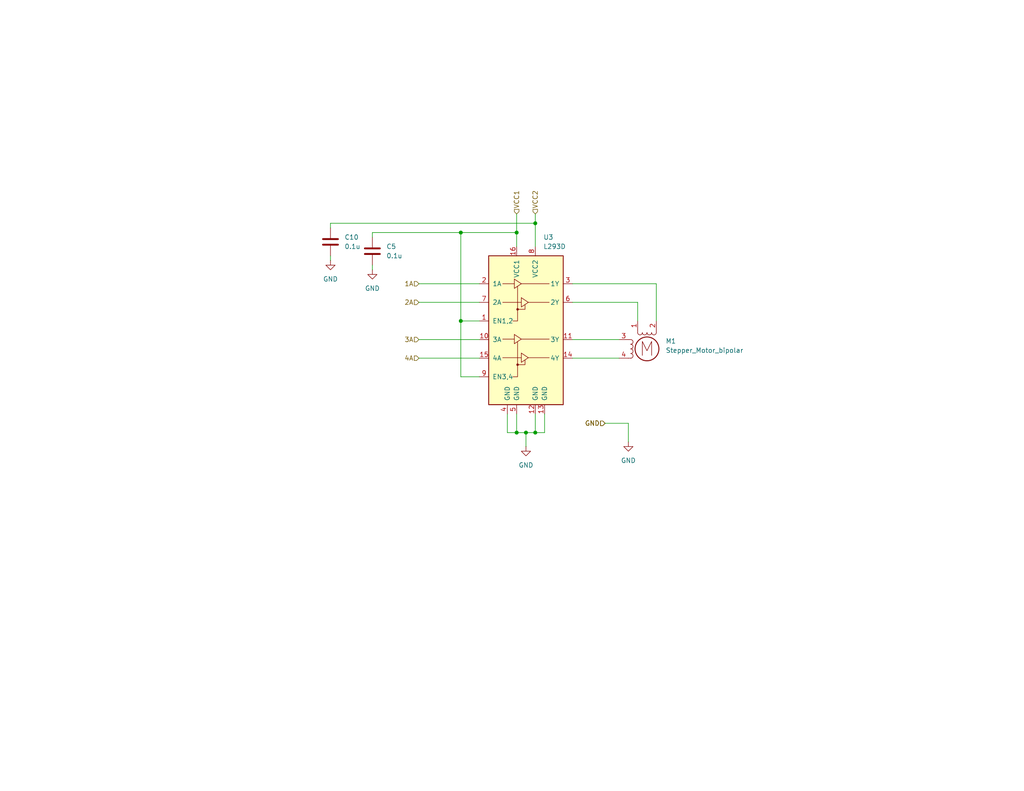
<source format=kicad_sch>
(kicad_sch (version 20231120) (generator "eeschema") (generator_version "8.0")
  (paper "USLetter")
  (title_block (title "ThorPCB2.0") (company "ECE 405 -SIUE"))
  (lib_symbols
    (symbol "Device:C" (pin_numbers hide) (pin_names (offset 0.254))
      (property "Reference" "C" (at 0.635 2.54 0))
      (property "Value" "C" (at 0.635 -2.54 0))
      (symbol "C_0_1"
        (polyline (pts (xy -2.032 -0.762) (xy 2.032 -0.762)) (stroke (width 0.508)))
        (polyline (pts (xy -2.032 0.762) (xy 2.032 0.762)) (stroke (width 0.508)))
      )
      (symbol "C_1_1"
        (pin passive line (at 0 3.81 270) (length 2.794) (name "~") (number "1"))
        (pin passive line (at 0 -3.81 90) (length 2.794) (name "~") (number "2"))
      )
    )
    (symbol "Driver_Motor:L293D" (pin_names (offset 1.016))
      (property "Reference" "U" (at -5.08 26.035 0))
      (property "Value" "L293D" (at -5.08 24.13 0))
      (symbol "L293D_0_1"
        (rectangle (start -10.16 22.86) (end 10.16 -17.78) (stroke (width 0.254)) (fill (type background)))
        (circle (center -2.286 -6.858) (radius 0.254) (fill (type outline)))
        (circle (center -2.286 8.255) (radius 0.254) (fill (type outline)))
        (polyline (pts (xy -6.35 -4.953) (xy -1.27 -4.953)))
        (polyline (pts (xy -6.35 0.127) (xy -3.175 0.127)))
        (polyline (pts (xy -6.35 10.16) (xy -1.27 10.16)))
        (polyline (pts (xy -6.35 15.24) (xy -3.175 15.24)))
        (polyline (pts (xy -1.27 0.127) (xy 6.35 0.127)))
        (polyline (pts (xy -1.27 15.24) (xy 6.35 15.24)))
        (polyline (pts (xy 0.635 -4.953) (xy 6.35 -4.953)))
        (polyline (pts (xy 0.635 10.16) (xy 6.35 10.16)))
        (polyline (pts (xy -2.286 -6.858) (xy -0.254 -6.858) (xy -0.254 -5.588)))
        (polyline (pts (xy -2.286 -0.635) (xy -2.286 -10.16) (xy -3.556 -10.16)))
        (polyline (pts (xy -2.286 8.255) (xy -0.254 8.255) (xy -0.254 9.525)))
        (polyline (pts (xy -2.286 14.478) (xy -2.286 5.08) (xy -3.556 5.08)))
        (polyline (pts (xy -3.175 1.397) (xy -3.175 -1.143) (xy -1.27 0.127) (xy -3.175 1.397)))
        (polyline (pts (xy -3.175 16.51) (xy -3.175 13.97) (xy -1.27 15.24) (xy -3.175 16.51)))
        (polyline (pts (xy -1.27 -3.683) (xy -1.27 -6.223) (xy 0.635 -4.953) (xy -1.27 -3.683)))
        (polyline (pts (xy -1.27 11.43) (xy -1.27 8.89) (xy 0.635 10.16) (xy -1.27 11.43)))
      )
      (symbol "L293D_1_1"
        (pin input line (at -12.7 5.08 0) (length 2.54) (name "EN1,2") (number "1"))
        (pin input line (at -12.7 0 0) (length 2.54) (name "3A") (number "10"))
        (pin output line (at 12.7 0 180) (length 2.54) (name "3Y") (number "11"))
        (pin power_in line (at 2.54 -20.32 90) (length 2.54) (name "GND") (number "12"))
        (pin power_in line (at 5.08 -20.32 90) (length 2.54) (name "GND") (number "13"))
        (pin output line (at 12.7 -5.08 180) (length 2.54) (name "4Y") (number "14"))
        (pin input line (at -12.7 -5.08 0) (length 2.54) (name "4A") (number "15"))
        (pin power_in line (at -2.54 25.4 270) (length 2.54) (name "VCC1") (number "16"))
        (pin input line (at -12.7 15.24 0) (length 2.54) (name "1A") (number "2"))
        (pin output line (at 12.7 15.24 180) (length 2.54) (name "1Y") (number "3"))
        (pin power_in line (at -5.08 -20.32 90) (length 2.54) (name "GND") (number "4"))
        (pin power_in line (at -2.54 -20.32 90) (length 2.54) (name "GND") (number "5"))
        (pin output line (at 12.7 10.16 180) (length 2.54) (name "2Y") (number "6"))
        (pin input line (at -12.7 10.16 0) (length 2.54) (name "2A") (number "7"))
        (pin power_in line (at 2.54 25.4 270) (length 2.54) (name "VCC2") (number "8"))
        (pin input line (at -12.7 -10.16 0) (length 2.54) (name "EN3,4") (number "9"))
      )
    )
    (symbol "Motor:Stepper_Motor_bipolar" (pin_names (offset 0) hide)
      (property "Reference" "M" (at 3.81 2.54 0))
      (property "Value" "Stepper_Motor_bipolar" (at 3.81 1.27 0))
      (symbol "Stepper_Motor_bipolar_0_0"
        (polyline (pts (xy -1.27 -1.778) (xy -1.27 2.032) (xy 0 -0.508) (xy 1.27 2.032) (xy 1.27 -1.778)))
      )
      (symbol "Stepper_Motor_bipolar_0_1"
        (arc (start -4.445 -2.54) (mid -3.8127 -1.905) (end -4.445 -1.27))
        (arc (start -4.445 -1.27) (mid -3.8127 -0.635) (end -4.445 0))
        (arc (start -4.445 0) (mid -3.8127 0.635) (end -4.445 1.27))
        (arc (start -4.445 1.27) (mid -3.8127 1.905) (end -4.445 2.54))
        (arc (start -2.54 4.445) (mid -1.905 3.8127) (end -1.27 4.445))
        (arc (start -1.27 4.445) (mid -0.635 3.8127) (end 0 4.445))
        (polyline (pts (xy -5.08 -2.54) (xy -4.445 -2.54)))
        (polyline (pts (xy -5.08 2.54) (xy -4.445 2.54)))
        (polyline (pts (xy -2.54 5.08) (xy -2.54 4.445)))
        (polyline (pts (xy 2.54 5.08) (xy 2.54 4.445)))
        (circle (center 0 0) (radius 3.2512) (stroke (width 0.254)))
        (arc (start 0 4.445) (mid 0.635 3.8127) (end 1.27 4.445))
        (arc (start 1.27 4.445) (mid 1.905 3.8127) (end 2.54 4.445))
      )
      (symbol "Stepper_Motor_bipolar_1_1"
        (pin passive line (at -2.54 7.62 270) (length 2.54) (name "~") (number "1"))
        (pin passive line (at 2.54 7.62 270) (length 2.54) (name "-") (number "2"))
        (pin passive line (at -7.62 2.54 0) (length 2.54) (name "~") (number "3"))
        (pin passive line (at -7.62 -2.54 0) (length 2.54) (name "~") (number "4"))
      )
    )
    (symbol "power:GND" (power) (pin_numbers hide) (pin_names (offset 0) hide)
      (property "Value" "GND" (at 0 -3.81 0))
      (symbol "GND_0_1"
        (polyline (pts (xy 0 0) (xy 0 -1.27) (xy 1.27 -1.27) (xy 0 -2.54) (xy -1.27 -1.27) (xy 0 -1.27)))
      )
      (symbol "GND_1_1"
        (pin power_in line (at 0 0 270) (length 0) (name "~") (number "1"))
      )
    )
  )
  (junction (at 146.05 118.11))
  (junction (at 140.97 63.5))
  (junction (at 140.97 118.11))
  (junction (at 125.73 87.63))
  (junction (at 125.73 63.5))
  (junction (at 143.51 118.11))
  (junction (at 146.05 60.96))
  (wire (pts (xy 171.45 115.57) (xy 165.1 115.57)))
  (wire (pts (xy 143.51 118.11) (xy 146.05 118.11)))
  (wire (pts (xy 140.97 118.11) (xy 143.51 118.11)))
  (wire (pts (xy 125.73 63.5) (xy 125.73 87.63)))
  (wire (pts (xy 143.51 118.11) (xy 143.51 121.92)))
  (wire (pts (xy 140.97 63.5) (xy 140.97 67.31)))
  (wire (pts (xy 156.21 97.79) (xy 168.91 97.79)))
  (wire (pts (xy 90.17 60.96) (xy 146.05 60.96)))
  (wire (pts (xy 140.97 58.42) (xy 140.97 63.5)))
  (wire (pts (xy 156.21 82.55) (xy 173.99 82.55)))
  (wire (pts (xy 179.07 77.47) (xy 179.07 87.63)))
  (wire (pts (xy 171.45 120.65) (xy 171.45 115.57)))
  (wire (pts (xy 138.43 113.03) (xy 138.43 118.11)))
  (wire (pts (xy 90.17 62.23) (xy 90.17 60.96)))
  (wire (pts (xy 156.21 77.47) (xy 179.07 77.47)))
  (wire (pts (xy 140.97 63.5) (xy 125.73 63.5)))
  (wire (pts (xy 140.97 113.03) (xy 140.97 118.11)))
  (wire (pts (xy 101.6 72.39) (xy 101.6 73.66)))
  (wire (pts (xy 146.05 60.96) (xy 146.05 67.31)))
  (wire (pts (xy 125.73 102.87) (xy 130.81 102.87)))
  (wire (pts (xy 114.3 82.55) (xy 130.81 82.55)))
  (wire (pts (xy 173.99 82.55) (xy 173.99 87.63)))
  (wire (pts (xy 125.73 87.63) (xy 125.73 102.87)))
  (wire (pts (xy 101.6 63.5) (xy 125.73 63.5)))
  (wire (pts (xy 146.05 58.42) (xy 146.05 60.96)))
  (wire (pts (xy 101.6 64.77) (xy 101.6 63.5)))
  (wire (pts (xy 125.73 87.63) (xy 130.81 87.63)))
  (wire (pts (xy 114.3 92.71) (xy 130.81 92.71)))
  (wire (pts (xy 138.43 118.11) (xy 140.97 118.11)))
  (wire (pts (xy 114.3 77.47) (xy 130.81 77.47)))
  (wire (pts (xy 146.05 118.11) (xy 148.59 118.11)))
  (wire (pts (xy 90.17 69.85) (xy 90.17 71.12)))
  (wire (pts (xy 156.21 92.71) (xy 168.91 92.71)))
  (wire (pts (xy 148.59 113.03) (xy 148.59 118.11)))
  (wire (pts (xy 114.3 97.79) (xy 130.81 97.79)))
  (wire (pts (xy 146.05 113.03) (xy 146.05 118.11)))
  (hierarchical_label "GND" (shape input) (at 165.1 115.57 180))
  (hierarchical_label "VCC1" (shape input) (at 140.97 58.42 90))
  (hierarchical_label "1A" (shape input) (at 114.3 77.47 180))
  (hierarchical_label "4A" (shape input) (at 114.3 97.79 180))
  (hierarchical_label "2A" (shape input) (at 114.3 82.55 180))
  (hierarchical_label "3A" (shape input) (at 114.3 92.71 180))
  (hierarchical_label "GND" (shape input) (at 165.1 115.57 180))
  (hierarchical_label "VCC2" (shape input) (at 146.05 58.42 90))
  (symbol (lib_id "power:GND") (at 101.6 73.66 0) (unit 1)
    (property "Reference" "#PWR020" (effects (hide yes)))
    (property "Value" "GND" (at 101.6 78.74 0))
    (property "Description" "Power symbol creates a global label with name \"GND\" , ground" (effects (hide yes)))
    (instances (project "ThorPBC2.0" (path "" (reference "#PWR020") (unit 1)) (path "" (reference "#PWR021") (unit 1)) (path "" (reference "#PWR022") (unit 1)) (path "" (reference "#PWR023") (unit 1))))
  )
  (symbol (lib_id "power:GND") (at 143.51 121.92 0) (unit 1)
    (property "Reference" "#PWR01" (effects (hide yes)))
    (property "Value" "GND" (at 143.51 127 0))
    (property "Description" "Power symbol creates a global label with name \"GND\" , ground" (effects (hide yes)))
    (instances (project "ThorPBC2.0" (path "" (reference "#PWR01") (unit 1)) (path "" (reference "#PWR011") (unit 1)) (path "" (reference "#PWR013") (unit 1)) (path "" (reference "#PWR015") (unit 1))))
  )
  (symbol (lib_id "Device:C") (at 101.6 68.58 0) (unit 1)
    (property "Reference" "C5" (at 105.41 67.3099 0) (effects (justify left)))
    (property "Value" "0.1u" (at 105.41 69.8499 0) (effects (justify left)))
    (property "Description" "Unpolarized capacitor" (effects (hide yes)))
    (instances (project "ThorPBC2.0" (path "" (reference "C5") (unit 1)) (path "" (reference "C7") (unit 1)) (path "" (reference "C8") (unit 1)) (path "" (reference "C9") (unit 1))))
  )
  (symbol (lib_id "Device:C") (at 90.17 66.04 0) (unit 1)
    (property "Reference" "C10" (at 93.98 64.7699 0) (effects (justify left)))
    (property "Value" "0.1u" (at 93.98 67.3099 0) (effects (justify left)))
    (property "Description" "Unpolarized capacitor" (effects (hide yes)))
    (instances (project "ThorPBC2.0" (path "" (reference "C10") (unit 1)) (path "" (reference "C11") (unit 1)) (path "" (reference "C12") (unit 1)) (path "" (reference "C13") (unit 1))))
  )
  (symbol (lib_id "power:GND") (at 171.45 120.65 0) (unit 1)
    (property "Reference" "#PWR09" (effects (hide yes)))
    (property "Value" "GND" (at 171.45 125.73 0))
    (property "Description" "Power symbol creates a global label with name \"GND\" , ground" (effects (hide yes)))
    (instances (project "ThorPBC2.0" (path "" (reference "#PWR09") (unit 1)) (path "" (reference "#PWR012") (unit 1)) (path "" (reference "#PWR014") (unit 1)) (path "" (reference "#PWR016") (unit 1))))
  )
  (symbol (lib_id "power:GND") (at 90.17 71.12 0) (unit 1)
    (property "Reference" "#PWR024" (effects (hide yes)))
    (property "Value" "GND" (at 90.17 76.2 0))
    (property "Description" "Power symbol creates a global label with name \"GND\" , ground" (effects (hide yes)))
    (instances (project "ThorPBC2.0" (path "" (reference "#PWR024") (unit 1)) (path "" (reference "#PWR025") (unit 1)) (path "" (reference "#PWR026") (unit 1)) (path "" (reference "#PWR027") (unit 1))))
  )
  (symbol (lib_id "Driver_Motor:L293D") (at 143.51 92.71 0) (unit 1)
    (property "Reference" "U3" (at 148.2441 64.77 0) (effects (justify left)))
    (property "Value" "L293D" (at 148.2441 67.31 0) (effects (justify left)))
    (property "Footprint" "Package_DIP:DIP-16_W7.62mm" (effects (hide yes)))
    (property "Datasheet" "http://www.ti.com/lit/ds/symlink/l293.pdf" (effects (hide yes)))
    (property "Description" "Quadruple Half-H Drivers" (effects (hide yes)))
    (instances (project "ThorPBC2.0" (path "" (reference "U3") (unit 1)) (path "" (reference "U4") (unit 1)) (path "" (reference "U5") (unit 1)) (path "" (reference "U6") (unit 1))))
  )
  (symbol (lib_id "Motor:Stepper_Motor_bipolar") (at 176.53 95.25 0) (unit 1)
    (property "Reference" "M1" (at 181.61 93.129 0) (effects (justify left)))
    (property "Value" "Stepper_Motor_bipolar" (at 181.61 95.669 0) (effects (justify left)))
    (property "Footprint" "Connector_PinHeader_2.54mm:PinHeader_1x04_P2.54mm_Vertical" (effects (hide yes)))
    (property "Datasheet" "http://www.infineon.com/dgdl/Application-Note-TLE8110EE_driving_UniPolarStepperMotor_V1.1.pdf?fileId=db3a30431be39b97011be5d0aa0a00b0" (effects (hide yes)))
    (property "Description" "4-wire bipolar stepper motor" (effects (hide yes)))
    (instances (project "ThorPBC2.0" (path "" (reference "M1") (unit 1)) (path "" (reference "M2") (unit 1)) (path "" (reference "M3") (unit 1)) (path "" (reference "M4") (unit 1))))
  )
)
</source>
